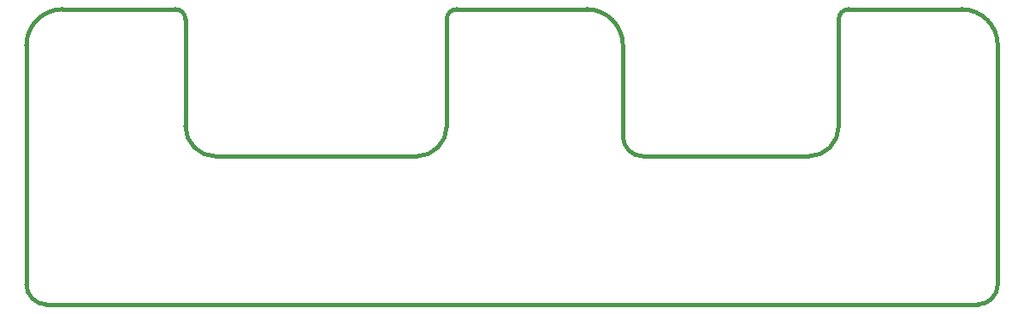
<source format=gbr>
%TF.GenerationSoftware,KiCad,Pcbnew,8.0.2*%
%TF.CreationDate,2025-12-10T20:47:36-08:00*%
%TF.ProjectId,USB-A-Daughterboard,5553422d-412d-4446-9175-676874657262,rev?*%
%TF.SameCoordinates,Original*%
%TF.FileFunction,Profile,NP*%
%FSLAX46Y46*%
G04 Gerber Fmt 4.6, Leading zero omitted, Abs format (unit mm)*
G04 Created by KiCad (PCBNEW 8.0.2) date 2025-12-10 20:47:36*
%MOMM*%
%LPD*%
G01*
G04 APERTURE LIST*
%TA.AperFunction,Profile*%
%ADD10C,0.400000*%
%TD*%
G04 APERTURE END LIST*
D10*
X92540000Y0D02*
G75*
G02*
X96139963Y-3616358I0J-3600000D01*
G01*
X61040000Y-14600000D02*
G75*
G02*
X59039964Y-12615811I100J2000200D01*
G01*
X42611325Y0D02*
X55440000Y0D01*
X0Y-3599997D02*
G75*
G02*
X3600000Y3I3600001J-1D01*
G01*
X3600000Y0D02*
X14740000Y0D01*
X3600000Y3D02*
X3600000Y0D01*
X55440000Y0D02*
G75*
G02*
X59039963Y-3616358I0J-3600000D01*
G01*
X41600000Y-1000137D02*
G75*
G02*
X42611325Y38I1000200J37D01*
G01*
X81411325Y0D02*
X92540000Y0D01*
X96140000Y-27300037D02*
G75*
G02*
X94140000Y-29300000I-2000000J37D01*
G01*
X0Y-3599997D02*
X0Y-27300000D01*
X41600000Y-11600057D02*
X41600000Y-1000137D01*
X59040000Y-3616358D02*
X59040000Y-12615811D01*
X14740000Y0D02*
G75*
G02*
X15739964Y-1008522I0J-1000000D01*
G01*
X96140000Y-3616358D02*
X96140000Y-27300037D01*
X80400000Y-11600037D02*
X80400000Y-1000137D01*
X2000000Y-29300000D02*
X94140000Y-29300000D01*
X61040000Y-14600000D02*
X77400000Y-14600000D01*
X41600000Y-11600057D02*
G75*
G02*
X38600060Y-14600000I-2999940J-3D01*
G01*
X80400000Y-1000137D02*
G75*
G02*
X81411325Y38I1000200J37D01*
G01*
X15740000Y-1008522D02*
X15740000Y-11600000D01*
X18740000Y-14600000D02*
G75*
G02*
X15740000Y-11600000I30J3000030D01*
G01*
X18740000Y-14600000D02*
X38600060Y-14600000D01*
X80400000Y-11600037D02*
G75*
G02*
X77400000Y-14600000I-3000000J37D01*
G01*
X2000000Y-29300000D02*
G75*
G02*
X0Y-27300000I5J2000005D01*
G01*
M02*

</source>
